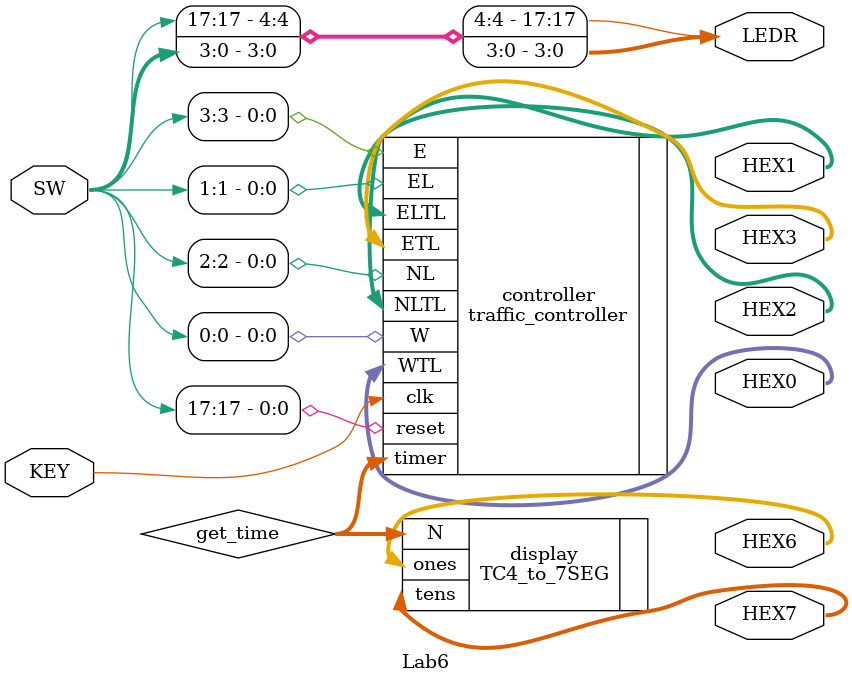
<source format=v>
module Lab6(SW, LEDR, KEY, HEX0, HEX1, HEX2, HEX3, HEX6, HEX7);
	input [17:0]SW;
	input [0:0]KEY;
	output [6:0]HEX0, HEX1, HEX2, HEX3, HEX6, HEX7;
	output [17:0]LEDR;
	wire [3:0] get_time;
	//module traffic_controller(reset,clk, E, NL, EL, W, ETL, NLTL, ELTL, WTL, timer);
	assign LEDR[17] = SW[17];
	assign LEDR[0] = SW[0];
	assign LEDR[1] = SW[1];
	assign LEDR[2] = SW[2];
	assign LEDR[3] = SW[3];
	traffic_controller controller(.reset(SW[17]), .clk(KEY[0]), .E(SW[3]), .NL(SW[2]), .EL(SW[1]), .W(SW[0]), .ETL(HEX3), .NLTL(HEX2), .ELTL(HEX1), .WTL(HEX0), .timer(get_time));
	//module TC4_to_7SEG(N, tens, ones);
	TC4_to_7SEG display(.N(get_time), .tens(HEX7), .ones(HEX6));
endmodule
</source>
